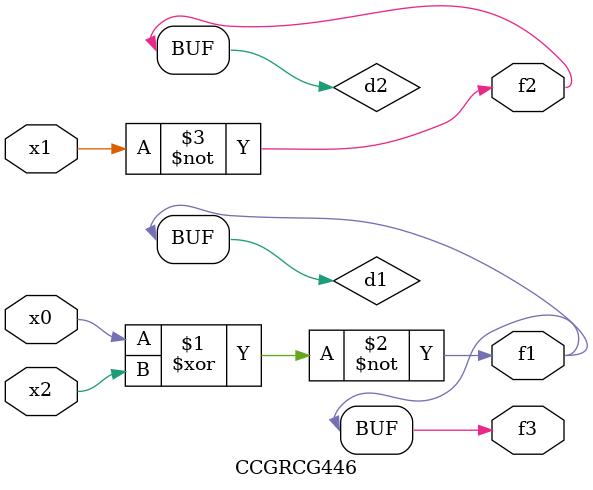
<source format=v>
module CCGRCG446(
	input x0, x1, x2,
	output f1, f2, f3
);

	wire d1, d2, d3;

	xnor (d1, x0, x2);
	nand (d2, x1);
	nor (d3, x1, x2);
	assign f1 = d1;
	assign f2 = d2;
	assign f3 = d1;
endmodule

</source>
